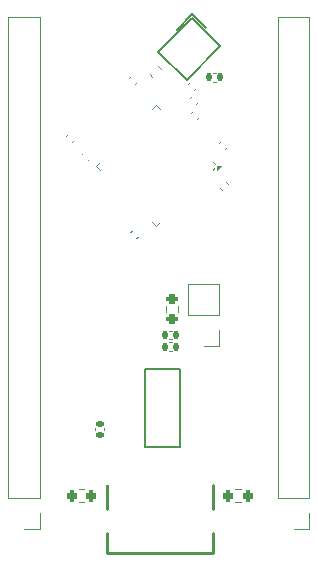
<source format=gbr>
%TF.GenerationSoftware,KiCad,Pcbnew,8.0.5*%
%TF.CreationDate,2024-10-18T17:30:21-04:00*%
%TF.ProjectId,STM32F4Example,53544d33-3246-4344-9578-616d706c652e,rev?*%
%TF.SameCoordinates,Original*%
%TF.FileFunction,Legend,Top*%
%TF.FilePolarity,Positive*%
%FSLAX46Y46*%
G04 Gerber Fmt 4.6, Leading zero omitted, Abs format (unit mm)*
G04 Created by KiCad (PCBNEW 8.0.5) date 2024-10-18 17:30:21*
%MOMM*%
%LPD*%
G01*
G04 APERTURE LIST*
G04 Aperture macros list*
%AMRoundRect*
0 Rectangle with rounded corners*
0 $1 Rounding radius*
0 $2 $3 $4 $5 $6 $7 $8 $9 X,Y pos of 4 corners*
0 Add a 4 corners polygon primitive as box body*
4,1,4,$2,$3,$4,$5,$6,$7,$8,$9,$2,$3,0*
0 Add four circle primitives for the rounded corners*
1,1,$1+$1,$2,$3*
1,1,$1+$1,$4,$5*
1,1,$1+$1,$6,$7*
1,1,$1+$1,$8,$9*
0 Add four rect primitives between the rounded corners*
20,1,$1+$1,$2,$3,$4,$5,0*
20,1,$1+$1,$4,$5,$6,$7,0*
20,1,$1+$1,$6,$7,$8,$9,0*
20,1,$1+$1,$8,$9,$2,$3,0*%
%AMRotRect*
0 Rectangle, with rotation*
0 The origin of the aperture is its center*
0 $1 length*
0 $2 width*
0 $3 Rotation angle, in degrees counterclockwise*
0 Add horizontal line*
21,1,$1,$2,0,0,$3*%
G04 Aperture macros list end*
%ADD10C,0.120000*%
%ADD11C,0.150000*%
%ADD12C,0.250000*%
%ADD13RoundRect,0.140000X0.140000X0.170000X-0.140000X0.170000X-0.140000X-0.170000X0.140000X-0.170000X0*%
%ADD14RoundRect,0.140000X-0.021213X0.219203X-0.219203X0.021213X0.021213X-0.219203X0.219203X-0.021213X0*%
%ADD15R,1.700000X1.700000*%
%ADD16O,1.700000X1.700000*%
%ADD17RoundRect,0.140000X0.021213X-0.219203X0.219203X-0.021213X-0.021213X0.219203X-0.219203X0.021213X0*%
%ADD18R,2.500000X1.100000*%
%ADD19R,2.340000X3.600000*%
%ADD20RoundRect,0.140000X-0.219203X-0.021213X-0.021213X-0.219203X0.219203X0.021213X0.021213X0.219203X0*%
%ADD21RoundRect,0.218750X0.335876X0.026517X0.026517X0.335876X-0.335876X-0.026517X-0.026517X-0.335876X0*%
%ADD22RotRect,1.400000X1.200000X225.000000*%
%ADD23RoundRect,0.140000X0.170000X-0.140000X0.170000X0.140000X-0.170000X0.140000X-0.170000X-0.140000X0*%
%ADD24C,0.650000*%
%ADD25O,1.000000X2.100000*%
%ADD26O,1.000000X1.800000*%
%ADD27R,0.600000X1.240000*%
%ADD28R,0.300000X1.240000*%
%ADD29RoundRect,0.140000X-0.140000X-0.170000X0.140000X-0.170000X0.140000X0.170000X-0.140000X0.170000X0*%
%ADD30RoundRect,0.200000X-0.200000X-0.275000X0.200000X-0.275000X0.200000X0.275000X-0.200000X0.275000X0*%
%ADD31RoundRect,0.062500X0.220971X0.309359X-0.309359X-0.220971X-0.220971X-0.309359X0.309359X0.220971X0*%
%ADD32RoundRect,0.062500X-0.220971X0.309359X-0.309359X0.220971X0.220971X-0.309359X0.309359X-0.220971X0*%
%ADD33RotRect,5.600000X5.600000X225.000000*%
%ADD34RoundRect,0.200000X0.200000X0.275000X-0.200000X0.275000X-0.200000X-0.275000X0.200000X-0.275000X0*%
%ADD35RoundRect,0.200000X-0.275000X0.200000X-0.275000X-0.200000X0.275000X-0.200000X0.275000X0.200000X0*%
G04 APERTURE END LIST*
D10*
%TO.C,C12*%
X107607836Y-100760000D02*
X107392164Y-100760000D01*
X107607836Y-100040000D02*
X107392164Y-100040000D01*
%TO.C,C10*%
X107607836Y-99760000D02*
X107392164Y-99760000D01*
X107607836Y-99040000D02*
X107392164Y-99040000D01*
%TO.C,C2*%
X104221693Y-90569190D02*
X104069190Y-90721693D01*
X104730810Y-91078307D02*
X104578307Y-91230810D01*
%TO.C,J3*%
X93759776Y-113210951D02*
X93759776Y-72510951D01*
X96419776Y-72510951D02*
X93759776Y-72510951D01*
X96419776Y-113210951D02*
X93759776Y-113210951D01*
X96419776Y-113210951D02*
X96419776Y-72510951D01*
X96419776Y-114480951D02*
X96419776Y-115810951D01*
X96419776Y-115810951D02*
X95089776Y-115810951D01*
%TO.C,J1*%
X108970000Y-97704999D02*
X108970000Y-95105000D01*
X111630000Y-95105000D02*
X108970000Y-95105000D01*
X111630000Y-97704999D02*
X108970000Y-97704999D01*
X111630000Y-97704999D02*
X111630000Y-95105000D01*
X111630000Y-98975000D02*
X111630000Y-100305000D01*
X111630000Y-100305000D02*
X110300000Y-100305000D01*
%TO.C,C1*%
X109269190Y-80621693D02*
X109421693Y-80469190D01*
X109778307Y-81130810D02*
X109930810Y-80978307D01*
%TO.C,C7*%
X109169190Y-79321693D02*
X109321693Y-79169190D01*
X109678307Y-79830810D02*
X109830810Y-79678307D01*
%TO.C,C8*%
X109121693Y-77969190D02*
X108969190Y-78121693D01*
X109630810Y-78478307D02*
X109478307Y-78630810D01*
D11*
%TO.C,U2*%
X105360000Y-102270000D02*
X108300000Y-102270000D01*
X105360000Y-108930000D02*
X105360000Y-102270000D01*
X108300000Y-102270000D02*
X108300000Y-108930000D01*
X108300000Y-108930000D02*
X105360000Y-108930000D01*
D10*
%TO.C,C4*%
X111669190Y-86978307D02*
X111821693Y-87130810D01*
X112178307Y-86469190D02*
X112330810Y-86621693D01*
%TO.C,C6*%
X104121693Y-77469190D02*
X103969190Y-77621693D01*
X104630810Y-77978307D02*
X104478307Y-78130810D01*
%TO.C,L1*%
X105954478Y-77575727D02*
X105724273Y-77345522D01*
X106675727Y-76854478D02*
X106445522Y-76624273D01*
%TO.C,C13*%
X98821693Y-82369190D02*
X98669190Y-82521693D01*
X99330810Y-82878307D02*
X99178307Y-83030810D01*
D11*
%TO.C,X1*%
X106476634Y-75447487D02*
X109347487Y-72576634D01*
X108852513Y-77823366D02*
X106476634Y-75447487D01*
X109347487Y-72251365D02*
X108032269Y-73566583D01*
X109347487Y-72576634D02*
X111723366Y-74952513D01*
X110521285Y-73425162D02*
X109347487Y-72251365D01*
X111723366Y-74952513D02*
X108852513Y-77823366D01*
D10*
%TO.C,C11*%
X101140000Y-107487836D02*
X101140000Y-107272164D01*
X101860000Y-107487836D02*
X101860000Y-107272164D01*
%TO.C,C5*%
X111629779Y-83161104D02*
X111782282Y-83008601D01*
X112138896Y-83670221D02*
X112291399Y-83517718D01*
D12*
%TO.C,U3*%
X102100000Y-114152500D02*
X102100000Y-112142500D01*
X102100000Y-117862500D02*
X102100000Y-116172500D01*
X111100000Y-114152500D02*
X111100000Y-112142500D01*
X111100000Y-117862500D02*
X102100000Y-117862500D01*
X111100000Y-117862500D02*
X111100000Y-116172500D01*
D10*
%TO.C,C9*%
X111092164Y-77240000D02*
X111307836Y-77240000D01*
X111092164Y-77960000D02*
X111307836Y-77960000D01*
%TO.C,R1*%
X112962742Y-112477500D02*
X113437258Y-112477500D01*
X112962742Y-113522500D02*
X113437258Y-113522500D01*
%TO.C,U4*%
X101180825Y-85075223D02*
X101516701Y-85411099D01*
X101516701Y-84739347D02*
X101180825Y-85075223D01*
X105950260Y-80305788D02*
X106286136Y-79969912D01*
X106286136Y-79969912D02*
X106622012Y-80305788D01*
X106286136Y-90180534D02*
X105950260Y-89844658D01*
X106622012Y-89844658D02*
X106286136Y-90180534D01*
X111055571Y-84739347D02*
X111221741Y-84905517D01*
X111055571Y-85411099D02*
X111179315Y-85287355D01*
X111794498Y-85138863D02*
X111455087Y-85478274D01*
X111391447Y-85075223D01*
X111794498Y-85138863D01*
G36*
X111794498Y-85138863D02*
G01*
X111455087Y-85478274D01*
X111391447Y-85075223D01*
X111794498Y-85138863D01*
G37*
%TO.C,R3*%
X100212258Y-112477500D02*
X99737742Y-112477500D01*
X100212258Y-113522500D02*
X99737742Y-113522500D01*
%TO.C,R2*%
X107077500Y-96962742D02*
X107077500Y-97437258D01*
X108122500Y-96962742D02*
X108122500Y-97437258D01*
%TO.C,C3*%
X100121693Y-83969190D02*
X99969190Y-84121693D01*
X100630810Y-84478307D02*
X100478307Y-84630810D01*
%TO.C,J2*%
X116599776Y-113200951D02*
X116599776Y-72500951D01*
X119259776Y-72500951D02*
X116599776Y-72500951D01*
X119259776Y-113200951D02*
X116599776Y-113200951D01*
X119259776Y-113200951D02*
X119259776Y-72500951D01*
X119259776Y-114470951D02*
X119259776Y-115800951D01*
X119259776Y-115800951D02*
X117929776Y-115800951D01*
%TD*%
%LPC*%
D13*
%TO.C,C12*%
X107980000Y-100400000D03*
X107020000Y-100400000D03*
%TD*%
%TO.C,C10*%
X107980000Y-99400000D03*
X107020000Y-99400000D03*
%TD*%
D14*
%TO.C,C2*%
X104739411Y-90560589D03*
X104060589Y-91239411D03*
%TD*%
D15*
%TO.C,J3*%
X95089776Y-114480951D03*
D16*
X95089776Y-111940951D03*
X95089776Y-109400951D03*
X95089776Y-106860951D03*
X95089776Y-104320951D03*
X95089776Y-101780951D03*
X95089776Y-99240951D03*
X95089776Y-96700951D03*
X95089776Y-94160951D03*
X95089776Y-91620951D03*
X95089776Y-89080951D03*
X95089776Y-86540951D03*
X95089776Y-84000951D03*
X95089776Y-81460951D03*
X95089776Y-78920951D03*
X95089776Y-76380951D03*
X95089776Y-73840951D03*
%TD*%
D15*
%TO.C,J1*%
X110300000Y-98975000D03*
D16*
X110300000Y-96435000D03*
%TD*%
D17*
%TO.C,C1*%
X109260589Y-81139411D03*
X109939411Y-80460589D03*
%TD*%
%TO.C,C7*%
X109160589Y-79839411D03*
X109839411Y-79160589D03*
%TD*%
D14*
%TO.C,C8*%
X109639411Y-77960589D03*
X108960589Y-78639411D03*
%TD*%
D18*
%TO.C,U2*%
X103759999Y-103300000D03*
X103760000Y-105600000D03*
X103759999Y-107900000D03*
D19*
X109700000Y-105600000D03*
%TD*%
D20*
%TO.C,C4*%
X111660589Y-86460589D03*
X112339411Y-87139411D03*
%TD*%
D14*
%TO.C,C6*%
X104639411Y-77460589D03*
X103960589Y-78139411D03*
%TD*%
D21*
%TO.C,L1*%
X106756847Y-77656847D03*
X105643153Y-76543153D03*
%TD*%
D14*
%TO.C,C13*%
X99339411Y-82360589D03*
X98660589Y-83039411D03*
%TD*%
D22*
%TO.C,X1*%
X109276777Y-73821142D03*
X107721142Y-75376777D03*
X108923223Y-76578858D03*
X110478858Y-75023223D03*
%TD*%
D23*
%TO.C,C11*%
X101500000Y-107860000D03*
X101500000Y-106900000D03*
%TD*%
D17*
%TO.C,C5*%
X111621178Y-83678822D03*
X112300000Y-83000000D03*
%TD*%
D24*
%TO.C,U3*%
X103700000Y-111552500D03*
X109490000Y-111552500D03*
D25*
X102280000Y-111052500D03*
X110920000Y-111052500D03*
D26*
X110920000Y-115232500D03*
X102280000Y-115232500D03*
D27*
X103400000Y-110432500D03*
X104200000Y-110432500D03*
D28*
X105350000Y-110432500D03*
X106350000Y-110432500D03*
X106850000Y-110432500D03*
X107850000Y-110432500D03*
D27*
X109800000Y-110432500D03*
X109000000Y-110432500D03*
D28*
X108350000Y-110432500D03*
X107350000Y-110432500D03*
X105850000Y-110432500D03*
X104850000Y-110432500D03*
%TD*%
D29*
%TO.C,C9*%
X110720000Y-77600000D03*
X111680000Y-77600000D03*
%TD*%
D30*
%TO.C,R1*%
X112375000Y-113000000D03*
X114025000Y-113000000D03*
%TD*%
D31*
%TO.C,U4*%
X110661359Y-84589087D03*
X110307806Y-84235534D03*
X109954252Y-83881980D03*
X109600699Y-83528427D03*
X109247146Y-83174874D03*
X108893592Y-82821320D03*
X108540039Y-82467767D03*
X108186485Y-82114213D03*
X107832932Y-81760660D03*
X107479379Y-81407107D03*
X107125825Y-81053553D03*
X106772272Y-80700000D03*
D32*
X105800000Y-80700000D03*
X105446447Y-81053553D03*
X105092893Y-81407107D03*
X104739340Y-81760660D03*
X104385787Y-82114213D03*
X104032233Y-82467767D03*
X103678680Y-82821320D03*
X103325126Y-83174874D03*
X102971573Y-83528427D03*
X102618020Y-83881980D03*
X102264466Y-84235534D03*
X101910913Y-84589087D03*
D31*
X101910913Y-85561359D03*
X102264466Y-85914912D03*
X102618020Y-86268466D03*
X102971573Y-86622019D03*
X103325126Y-86975572D03*
X103678680Y-87329126D03*
X104032233Y-87682679D03*
X104385787Y-88036233D03*
X104739340Y-88389786D03*
X105092893Y-88743339D03*
X105446447Y-89096893D03*
X105800000Y-89450446D03*
D32*
X106772272Y-89450446D03*
X107125825Y-89096893D03*
X107479379Y-88743339D03*
X107832932Y-88389786D03*
X108186485Y-88036233D03*
X108540039Y-87682679D03*
X108893592Y-87329126D03*
X109247146Y-86975572D03*
X109600699Y-86622019D03*
X109954252Y-86268466D03*
X110307806Y-85914912D03*
X110661359Y-85561359D03*
D33*
X106286136Y-85075223D03*
%TD*%
D34*
%TO.C,R3*%
X100800000Y-113000000D03*
X99150000Y-113000000D03*
%TD*%
D35*
%TO.C,R2*%
X107600000Y-96375000D03*
X107600000Y-98025000D03*
%TD*%
D14*
%TO.C,C3*%
X100639411Y-83960589D03*
X99960589Y-84639411D03*
%TD*%
D15*
%TO.C,J2*%
X117929776Y-114470951D03*
D16*
X117929776Y-111930951D03*
X117929776Y-109390951D03*
X117929776Y-106850951D03*
X117929776Y-104310951D03*
X117929776Y-101770951D03*
X117929776Y-99230951D03*
X117929776Y-96690951D03*
X117929776Y-94150951D03*
X117929776Y-91610951D03*
X117929776Y-89070951D03*
X117929776Y-86530951D03*
X117929776Y-83990951D03*
X117929776Y-81450951D03*
X117929776Y-78910951D03*
X117929776Y-76370951D03*
X117929776Y-73830951D03*
%TD*%
%LPD*%
M02*

</source>
